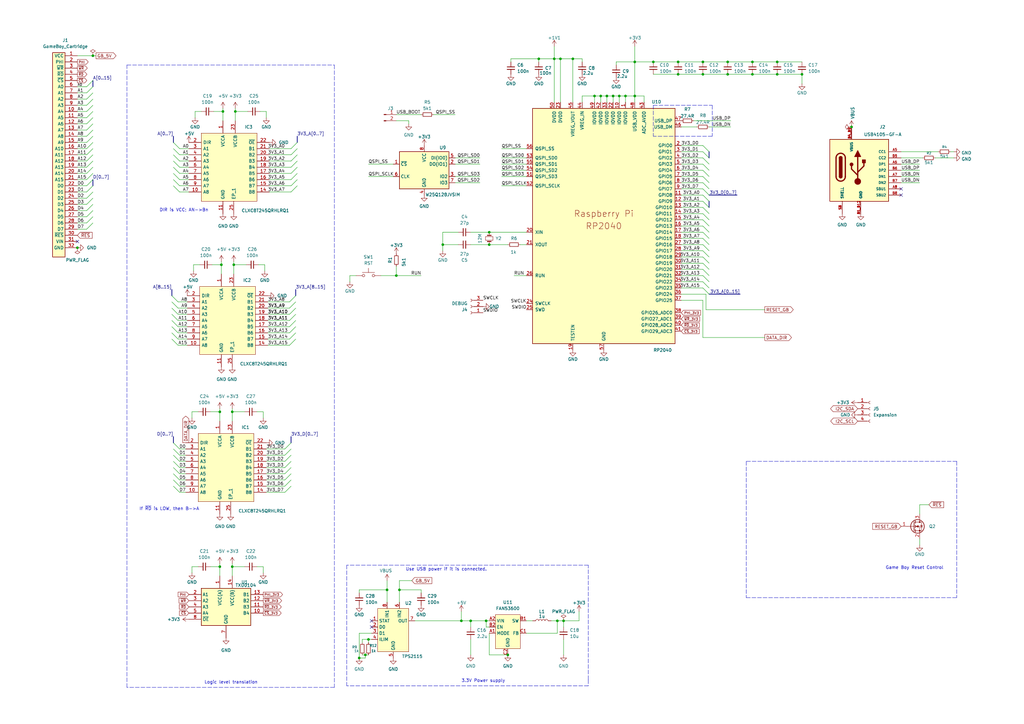
<source format=kicad_sch>
(kicad_sch (version 20210621) (generator eeschema)
  (paper "A3")
  (title_block (title "RP2040 Game Boy Cart") (date "2021-08-27") (company "Mahyar Koshkouei") (comment 1 "All Rights Reserved"))
  (junction (at 31.75 101.6) (diameter 0.9144))
  (junction (at 38.1 22.86) (diameter 0.9144))
  (junction (at 90.17 168.91) (diameter 0.9144))
  (junction (at 90.17 232.41) (diameter 0.9144))
  (junction (at 90.805 108.585) (diameter 0.9144))
  (junction (at 91.44 45.72) (diameter 0.9144))
  (junction (at 95.25 168.91) (diameter 0.9144))
  (junction (at 95.25 232.41) (diameter 0.9144))
  (junction (at 95.885 108.585) (diameter 0.9144))
  (junction (at 96.52 45.72) (diameter 0.9144))
  (junction (at 147.32 269.875) (diameter 0.9144))
  (junction (at 149.86 268.605) (diameter 0.9144))
  (junction (at 151.13 262.255) (diameter 0.9144))
  (junction (at 158.75 241.935) (diameter 0.9144))
  (junction (at 162.56 113.03) (diameter 0.9144))
  (junction (at 163.83 241.935) (diameter 0.9144))
  (junction (at 181.61 100.33) (diameter 0.9144))
  (junction (at 189.23 254.635) (diameter 0.9144))
  (junction (at 193.04 254.635) (diameter 0.9144))
  (junction (at 199.39 254.635) (diameter 0.9144))
  (junction (at 200.66 95.25) (diameter 0.9144))
  (junction (at 200.66 100.33) (diameter 0.9144))
  (junction (at 208.28 268.605) (diameter 0.9144))
  (junction (at 220.98 24.13) (diameter 0.9144))
  (junction (at 227.33 24.13) (diameter 0.9144))
  (junction (at 228.6 254.635) (diameter 0.9144))
  (junction (at 229.87 24.13) (diameter 0.9144))
  (junction (at 231.14 254.635) (diameter 0.9144))
  (junction (at 234.95 24.13) (diameter 0.9144))
  (junction (at 243.84 39.37) (diameter 0.9144))
  (junction (at 246.38 39.37) (diameter 0.9144))
  (junction (at 248.92 39.37) (diameter 0.9144))
  (junction (at 251.46 39.37) (diameter 0.9144))
  (junction (at 254 39.37) (diameter 0.9144))
  (junction (at 256.54 39.37) (diameter 0.9144))
  (junction (at 260.35 25.4) (diameter 0.9144))
  (junction (at 260.35 39.37) (diameter 0.9144))
  (junction (at 267.97 25.4) (diameter 0.9144))
  (junction (at 278.13 25.4) (diameter 0.9144))
  (junction (at 278.13 30.48) (diameter 0.9144))
  (junction (at 288.29 25.4) (diameter 0.9144))
  (junction (at 288.29 30.48) (diameter 0.9144))
  (junction (at 298.45 25.4) (diameter 0.9144))
  (junction (at 298.45 30.48) (diameter 0.9144))
  (junction (at 308.61 25.4) (diameter 0.9144))
  (junction (at 308.61 30.48) (diameter 0.9144))
  (junction (at 318.77 25.4) (diameter 0.9144))
  (junction (at 318.77 30.48) (diameter 0.9144))
  (junction (at 328.93 30.48) (diameter 0.9144))
  (junction (at 349.25 52.07) (diameter 0.9144))
  (no_connect (at 31.75 99.06))
  (no_connect (at 152.4 254.635))
  (no_connect (at 152.4 257.175))
  (no_connect (at 369.57 77.47))
  (no_connect (at 369.57 80.01))
  (bus_entry (at 35.56 35.56) (size 2.54 -2.54))
  (bus_entry (at 35.56 38.1) (size 2.54 -2.54))
  (bus_entry (at 35.56 40.64) (size 2.54 -2.54))
  (bus_entry (at 35.56 43.18) (size 2.54 -2.54))
  (bus_entry (at 35.56 45.72) (size 2.54 -2.54))
  (bus_entry (at 35.56 48.26) (size 2.54 -2.54))
  (bus_entry (at 35.56 50.8) (size 2.54 -2.54))
  (bus_entry (at 35.56 53.34) (size 2.54 -2.54))
  (bus_entry (at 35.56 55.88) (size 2.54 -2.54))
  (bus_entry (at 35.56 58.42) (size 2.54 -2.54))
  (bus_entry (at 35.56 60.96) (size 2.54 -2.54))
  (bus_entry (at 35.56 63.5) (size 2.54 -2.54))
  (bus_entry (at 35.56 66.04) (size 2.54 -2.54))
  (bus_entry (at 35.56 68.58) (size 2.54 -2.54))
  (bus_entry (at 35.56 71.12) (size 2.54 -2.54))
  (bus_entry (at 35.56 73.66) (size 2.54 -2.54))
  (bus_entry (at 35.56 76.2) (size 2.54 -2.54))
  (bus_entry (at 35.56 78.74) (size 2.54 -2.54))
  (bus_entry (at 35.56 81.28) (size 2.54 -2.54))
  (bus_entry (at 35.56 83.82) (size 2.54 -2.54))
  (bus_entry (at 35.56 86.36) (size 2.54 -2.54))
  (bus_entry (at 35.56 88.9) (size 2.54 -2.54))
  (bus_entry (at 35.56 91.44) (size 2.54 -2.54))
  (bus_entry (at 35.56 93.98) (size 2.54 -2.54))
  (bus_entry (at 73.025 123.825) (size -2.54 -2.54))
  (bus_entry (at 73.025 126.365) (size -2.54 -2.54))
  (bus_entry (at 73.025 128.905) (size -2.54 -2.54))
  (bus_entry (at 73.025 131.445) (size -2.54 -2.54))
  (bus_entry (at 73.025 133.985) (size -2.54 -2.54))
  (bus_entry (at 73.025 136.525) (size -2.54 -2.54))
  (bus_entry (at 73.025 139.065) (size -2.54 -2.54))
  (bus_entry (at 73.025 141.605) (size -2.54 -2.54))
  (bus_entry (at 73.66 60.96) (size -2.54 -2.54))
  (bus_entry (at 73.66 63.5) (size -2.54 -2.54))
  (bus_entry (at 73.66 66.04) (size -2.54 -2.54))
  (bus_entry (at 73.66 68.58) (size -2.54 -2.54))
  (bus_entry (at 73.66 71.12) (size -2.54 -2.54))
  (bus_entry (at 73.66 73.66) (size -2.54 -2.54))
  (bus_entry (at 73.66 76.2) (size -2.54 -2.54))
  (bus_entry (at 73.66 78.74) (size -2.54 -2.54))
  (bus_entry (at 73.66 184.15) (size -2.54 -2.54))
  (bus_entry (at 73.66 186.69) (size -2.54 -2.54))
  (bus_entry (at 73.66 189.23) (size -2.54 -2.54))
  (bus_entry (at 73.66 191.77) (size -2.54 -2.54))
  (bus_entry (at 73.66 194.31) (size -2.54 -2.54))
  (bus_entry (at 73.66 196.85) (size -2.54 -2.54))
  (bus_entry (at 73.66 199.39) (size -2.54 -2.54))
  (bus_entry (at 73.66 201.93) (size -2.54 -2.54))
  (bus_entry (at 116.84 184.15) (size 2.54 -2.54))
  (bus_entry (at 116.84 186.69) (size 2.54 -2.54))
  (bus_entry (at 116.84 189.23) (size 2.54 -2.54))
  (bus_entry (at 116.84 191.77) (size 2.54 -2.54))
  (bus_entry (at 116.84 194.31) (size 2.54 -2.54))
  (bus_entry (at 116.84 196.85) (size 2.54 -2.54))
  (bus_entry (at 116.84 199.39) (size 2.54 -2.54))
  (bus_entry (at 116.84 201.93) (size 2.54 -2.54))
  (bus_entry (at 118.745 123.825) (size 2.54 -2.54))
  (bus_entry (at 118.745 126.365) (size 2.54 -2.54))
  (bus_entry (at 118.745 128.905) (size 2.54 -2.54))
  (bus_entry (at 118.745 131.445) (size 2.54 -2.54))
  (bus_entry (at 118.745 133.985) (size 2.54 -2.54))
  (bus_entry (at 118.745 136.525) (size 2.54 -2.54))
  (bus_entry (at 118.745 139.065) (size 2.54 -2.54))
  (bus_entry (at 118.745 141.605) (size 2.54 -2.54))
  (bus_entry (at 119.38 60.96) (size 2.54 -2.54))
  (bus_entry (at 119.38 63.5) (size 2.54 -2.54))
  (bus_entry (at 119.38 66.04) (size 2.54 -2.54))
  (bus_entry (at 119.38 68.58) (size 2.54 -2.54))
  (bus_entry (at 119.38 71.12) (size 2.54 -2.54))
  (bus_entry (at 119.38 73.66) (size 2.54 -2.54))
  (bus_entry (at 119.38 76.2) (size 2.54 -2.54))
  (bus_entry (at 119.38 78.74) (size 2.54 -2.54))
  (bus_entry (at 288.29 59.69) (size 2.54 2.54))
  (bus_entry (at 288.29 62.23) (size 2.54 2.54))
  (bus_entry (at 288.29 64.77) (size 2.54 2.54))
  (bus_entry (at 288.29 67.31) (size 2.54 2.54))
  (bus_entry (at 288.29 69.85) (size 2.54 2.54))
  (bus_entry (at 288.29 72.39) (size 2.54 2.54))
  (bus_entry (at 288.29 74.93) (size 2.54 2.54))
  (bus_entry (at 288.29 77.47) (size 2.54 2.54))
  (bus_entry (at 288.29 80.01) (size 2.54 2.54))
  (bus_entry (at 288.29 82.55) (size 2.54 2.54))
  (bus_entry (at 288.29 85.09) (size 2.54 2.54))
  (bus_entry (at 288.29 87.63) (size 2.54 2.54))
  (bus_entry (at 288.29 90.17) (size 2.54 2.54))
  (bus_entry (at 288.29 92.71) (size 2.54 2.54))
  (bus_entry (at 288.29 95.25) (size 2.54 2.54))
  (bus_entry (at 288.29 97.79) (size 2.54 2.54))
  (bus_entry (at 288.29 100.33) (size 2.54 2.54))
  (bus_entry (at 288.29 102.87) (size 2.54 2.54))
  (bus_entry (at 288.29 105.41) (size 2.54 2.54))
  (bus_entry (at 288.29 107.95) (size 2.54 2.54))
  (bus_entry (at 288.29 110.49) (size 2.54 2.54))
  (bus_entry (at 288.29 113.03) (size 2.54 2.54))
  (bus_entry (at 288.29 115.57) (size 2.54 2.54))
  (bus_entry (at 288.29 118.11) (size 2.54 2.54))
  (wire (pts (xy 31.75 22.86) (xy 38.1 22.86)))
  (wire (pts (xy 31.75 35.56) (xy 35.56 35.56)))
  (wire (pts (xy 31.75 38.1) (xy 35.56 38.1)))
  (wire (pts (xy 31.75 40.64) (xy 35.56 40.64)))
  (wire (pts (xy 31.75 43.18) (xy 35.56 43.18)))
  (wire (pts (xy 31.75 45.72) (xy 35.56 45.72)))
  (wire (pts (xy 31.75 48.26) (xy 35.56 48.26)))
  (wire (pts (xy 31.75 50.8) (xy 35.56 50.8)))
  (wire (pts (xy 31.75 53.34) (xy 35.56 53.34)))
  (wire (pts (xy 31.75 55.88) (xy 35.56 55.88)))
  (wire (pts (xy 31.75 58.42) (xy 35.56 58.42)))
  (wire (pts (xy 31.75 60.96) (xy 35.56 60.96)))
  (wire (pts (xy 31.75 63.5) (xy 35.56 63.5)))
  (wire (pts (xy 31.75 66.04) (xy 35.56 66.04)))
  (wire (pts (xy 31.75 68.58) (xy 35.56 68.58)))
  (wire (pts (xy 31.75 71.12) (xy 35.56 71.12)))
  (wire (pts (xy 31.75 73.66) (xy 35.56 73.66)))
  (wire (pts (xy 31.75 76.2) (xy 35.56 76.2)))
  (wire (pts (xy 31.75 78.74) (xy 35.56 78.74)))
  (wire (pts (xy 31.75 81.28) (xy 35.56 81.28)))
  (wire (pts (xy 31.75 83.82) (xy 35.56 83.82)))
  (wire (pts (xy 31.75 86.36) (xy 35.56 86.36)))
  (wire (pts (xy 31.75 88.9) (xy 35.56 88.9)))
  (wire (pts (xy 31.75 91.44) (xy 35.56 91.44)))
  (wire (pts (xy 31.75 93.98) (xy 35.56 93.98)))
  (wire (pts (xy 38.1 22.86) (xy 39.37 22.86)))
  (wire (pts (xy 73.025 123.825) (xy 76.835 123.825)))
  (wire (pts (xy 73.025 126.365) (xy 76.835 126.365)))
  (wire (pts (xy 73.025 128.905) (xy 76.835 128.905)))
  (wire (pts (xy 73.025 131.445) (xy 76.835 131.445)))
  (wire (pts (xy 73.025 133.985) (xy 76.835 133.985)))
  (wire (pts (xy 73.025 136.525) (xy 76.835 136.525)))
  (wire (pts (xy 73.025 139.065) (xy 76.835 139.065)))
  (wire (pts (xy 73.025 141.605) (xy 76.835 141.605)))
  (wire (pts (xy 73.66 60.96) (xy 77.47 60.96)))
  (wire (pts (xy 73.66 63.5) (xy 77.47 63.5)))
  (wire (pts (xy 73.66 66.04) (xy 77.47 66.04)))
  (wire (pts (xy 73.66 68.58) (xy 77.47 68.58)))
  (wire (pts (xy 73.66 71.12) (xy 77.47 71.12)))
  (wire (pts (xy 73.66 73.66) (xy 77.47 73.66)))
  (wire (pts (xy 73.66 76.2) (xy 77.47 76.2)))
  (wire (pts (xy 73.66 78.74) (xy 77.47 78.74)))
  (wire (pts (xy 73.66 184.15) (xy 76.2 184.15)))
  (wire (pts (xy 73.66 186.69) (xy 76.2 186.69)))
  (wire (pts (xy 73.66 189.23) (xy 76.2 189.23)))
  (wire (pts (xy 73.66 191.77) (xy 76.2 191.77)))
  (wire (pts (xy 73.66 194.31) (xy 76.2 194.31)))
  (wire (pts (xy 73.66 196.85) (xy 76.2 196.85)))
  (wire (pts (xy 73.66 199.39) (xy 76.2 199.39)))
  (wire (pts (xy 73.66 201.93) (xy 76.2 201.93)))
  (wire (pts (xy 78.74 168.91) (xy 81.28 168.91)))
  (wire (pts (xy 78.74 171.45) (xy 78.74 168.91)))
  (wire (pts (xy 78.74 232.41) (xy 81.28 232.41)))
  (wire (pts (xy 78.74 234.95) (xy 78.74 232.41)))
  (wire (pts (xy 79.375 108.585) (xy 81.915 108.585)))
  (wire (pts (xy 79.375 111.125) (xy 79.375 108.585)))
  (wire (pts (xy 80.01 45.72) (xy 82.55 45.72)))
  (wire (pts (xy 80.01 48.26) (xy 80.01 45.72)))
  (wire (pts (xy 86.36 168.91) (xy 90.17 168.91)))
  (wire (pts (xy 86.36 232.41) (xy 90.17 232.41)))
  (wire (pts (xy 86.995 108.585) (xy 90.805 108.585)))
  (wire (pts (xy 87.63 45.72) (xy 91.44 45.72)))
  (wire (pts (xy 90.17 167.64) (xy 90.17 168.91)))
  (wire (pts (xy 90.17 168.91) (xy 90.17 172.72)))
  (wire (pts (xy 90.17 231.14) (xy 90.17 232.41)))
  (wire (pts (xy 90.17 232.41) (xy 90.17 236.22)))
  (wire (pts (xy 90.805 107.315) (xy 90.805 108.585)))
  (wire (pts (xy 90.805 108.585) (xy 90.805 112.395)))
  (wire (pts (xy 91.44 44.45) (xy 91.44 45.72)))
  (wire (pts (xy 91.44 45.72) (xy 91.44 49.53)))
  (wire (pts (xy 95.25 167.64) (xy 95.25 168.91)))
  (wire (pts (xy 95.25 168.91) (xy 95.25 172.72)))
  (wire (pts (xy 95.25 231.14) (xy 95.25 232.41)))
  (wire (pts (xy 95.25 232.41) (xy 95.25 236.22)))
  (wire (pts (xy 95.885 107.315) (xy 95.885 108.585)))
  (wire (pts (xy 95.885 108.585) (xy 95.885 112.395)))
  (wire (pts (xy 96.52 44.45) (xy 96.52 45.72)))
  (wire (pts (xy 96.52 45.72) (xy 96.52 49.53)))
  (wire (pts (xy 100.33 168.91) (xy 95.25 168.91)))
  (wire (pts (xy 100.33 232.41) (xy 95.25 232.41)))
  (wire (pts (xy 100.965 108.585) (xy 95.885 108.585)))
  (wire (pts (xy 101.6 45.72) (xy 96.52 45.72)))
  (wire (pts (xy 107.95 168.91) (xy 105.41 168.91)))
  (wire (pts (xy 107.95 171.45) (xy 107.95 168.91)))
  (wire (pts (xy 107.95 232.41) (xy 105.41 232.41)))
  (wire (pts (xy 107.95 234.95) (xy 107.95 232.41)))
  (wire (pts (xy 108.585 108.585) (xy 106.045 108.585)))
  (wire (pts (xy 108.585 111.125) (xy 108.585 108.585)))
  (wire (pts (xy 109.22 45.72) (xy 106.68 45.72)))
  (wire (pts (xy 109.22 48.26) (xy 109.22 45.72)))
  (wire (pts (xy 109.22 184.15) (xy 116.84 184.15)))
  (wire (pts (xy 109.22 186.69) (xy 116.84 186.69)))
  (wire (pts (xy 109.22 189.23) (xy 116.84 189.23)))
  (wire (pts (xy 109.22 191.77) (xy 116.84 191.77)))
  (wire (pts (xy 109.22 194.31) (xy 116.84 194.31)))
  (wire (pts (xy 109.22 196.85) (xy 116.84 196.85)))
  (wire (pts (xy 109.22 199.39) (xy 116.84 199.39)))
  (wire (pts (xy 109.22 201.93) (xy 116.84 201.93)))
  (wire (pts (xy 109.855 123.825) (xy 118.745 123.825)))
  (wire (pts (xy 109.855 126.365) (xy 118.745 126.365)))
  (wire (pts (xy 109.855 128.905) (xy 118.745 128.905)))
  (wire (pts (xy 109.855 131.445) (xy 118.745 131.445)))
  (wire (pts (xy 109.855 133.985) (xy 118.745 133.985)))
  (wire (pts (xy 109.855 136.525) (xy 118.745 136.525)))
  (wire (pts (xy 109.855 139.065) (xy 118.745 139.065)))
  (wire (pts (xy 109.855 141.605) (xy 118.745 141.605)))
  (wire (pts (xy 110.49 60.96) (xy 119.38 60.96)))
  (wire (pts (xy 110.49 63.5) (xy 119.38 63.5)))
  (wire (pts (xy 110.49 66.04) (xy 119.38 66.04)))
  (wire (pts (xy 110.49 68.58) (xy 119.38 68.58)))
  (wire (pts (xy 110.49 71.12) (xy 119.38 71.12)))
  (wire (pts (xy 110.49 73.66) (xy 119.38 73.66)))
  (wire (pts (xy 110.49 76.2) (xy 119.38 76.2)))
  (wire (pts (xy 110.49 78.74) (xy 119.38 78.74)))
  (wire (pts (xy 143.51 113.03) (xy 143.51 115.57)))
  (wire (pts (xy 146.05 113.03) (xy 143.51 113.03)))
  (wire (pts (xy 147.32 241.935) (xy 158.75 241.935)))
  (wire (pts (xy 147.32 243.205) (xy 147.32 241.935)))
  (wire (pts (xy 147.32 259.715) (xy 147.32 269.875)))
  (wire (pts (xy 148.59 262.255) (xy 151.13 262.255)))
  (wire (pts (xy 148.59 263.525) (xy 148.59 262.255)))
  (wire (pts (xy 148.59 268.605) (xy 149.86 268.605)))
  (wire (pts (xy 149.86 268.605) (xy 149.86 269.875)))
  (wire (pts (xy 149.86 268.605) (xy 151.13 268.605)))
  (wire (pts (xy 149.86 269.875) (xy 147.32 269.875)))
  (wire (pts (xy 151.13 67.31) (xy 161.29 67.31)))
  (wire (pts (xy 151.13 72.39) (xy 161.29 72.39)))
  (wire (pts (xy 151.13 262.255) (xy 151.13 263.525)))
  (wire (pts (xy 152.4 259.715) (xy 147.32 259.715)))
  (wire (pts (xy 152.4 262.255) (xy 151.13 262.255)))
  (wire (pts (xy 158.75 238.125) (xy 158.75 241.935)))
  (wire (pts (xy 158.75 241.935) (xy 158.75 247.015)))
  (wire (pts (xy 162.56 46.99) (xy 172.72 46.99)))
  (wire (pts (xy 162.56 49.53) (xy 167.64 49.53)))
  (wire (pts (xy 162.56 109.22) (xy 162.56 113.03)))
  (wire (pts (xy 162.56 113.03) (xy 156.21 113.03)))
  (wire (pts (xy 162.56 113.03) (xy 172.72 113.03)))
  (wire (pts (xy 163.83 238.125) (xy 163.83 241.935)))
  (wire (pts (xy 163.83 241.935) (xy 163.83 247.015)))
  (wire (pts (xy 167.64 49.53) (xy 167.64 50.8)))
  (wire (pts (xy 168.91 238.125) (xy 163.83 238.125)))
  (wire (pts (xy 170.18 254.635) (xy 189.23 254.635)))
  (wire (pts (xy 172.72 241.935) (xy 163.83 241.935)))
  (wire (pts (xy 172.72 243.205) (xy 172.72 241.935)))
  (wire (pts (xy 177.8 46.99) (xy 186.69 46.99)))
  (wire (pts (xy 181.61 95.25) (xy 181.61 100.33)))
  (wire (pts (xy 181.61 100.33) (xy 181.61 102.87)))
  (wire (pts (xy 186.69 64.77) (xy 196.85 64.77)))
  (wire (pts (xy 186.69 67.31) (xy 196.85 67.31)))
  (wire (pts (xy 186.69 72.39) (xy 196.85 72.39)))
  (wire (pts (xy 186.69 74.93) (xy 196.85 74.93)))
  (wire (pts (xy 187.96 95.25) (xy 181.61 95.25)))
  (wire (pts (xy 187.96 100.33) (xy 181.61 100.33)))
  (wire (pts (xy 189.23 250.825) (xy 189.23 254.635)))
  (wire (pts (xy 189.23 254.635) (xy 193.04 254.635)))
  (wire (pts (xy 193.04 95.25) (xy 200.66 95.25)))
  (wire (pts (xy 193.04 100.33) (xy 200.66 100.33)))
  (wire (pts (xy 193.04 254.635) (xy 193.04 257.175)))
  (wire (pts (xy 193.04 254.635) (xy 199.39 254.635)))
  (wire (pts (xy 193.04 262.255) (xy 193.04 268.605)))
  (wire (pts (xy 199.39 254.635) (xy 199.39 257.175)))
  (wire (pts (xy 199.39 254.635) (xy 200.66 254.635)))
  (wire (pts (xy 200.66 95.25) (xy 215.9 95.25)))
  (wire (pts (xy 200.66 100.33) (xy 208.28 100.33)))
  (wire (pts (xy 200.66 257.175) (xy 199.39 257.175)))
  (wire (pts (xy 200.66 259.715) (xy 200.66 268.605)))
  (wire (pts (xy 200.66 268.605) (xy 208.28 268.605)))
  (wire (pts (xy 205.74 60.96) (xy 215.9 60.96)))
  (wire (pts (xy 205.74 64.77) (xy 215.9 64.77)))
  (wire (pts (xy 205.74 67.31) (xy 215.9 67.31)))
  (wire (pts (xy 205.74 69.85) (xy 215.9 69.85)))
  (wire (pts (xy 205.74 72.39) (xy 215.9 72.39)))
  (wire (pts (xy 205.74 76.2) (xy 215.9 76.2)))
  (wire (pts (xy 209.55 24.13) (xy 220.98 24.13)))
  (wire (pts (xy 209.55 25.4) (xy 209.55 24.13)))
  (wire (pts (xy 210.82 113.03) (xy 215.9 113.03)))
  (wire (pts (xy 213.36 100.33) (xy 215.9 100.33)))
  (wire (pts (xy 215.9 254.635) (xy 218.44 254.635)))
  (wire (pts (xy 215.9 259.715) (xy 228.6 259.715)))
  (wire (pts (xy 220.98 24.13) (xy 227.33 24.13)))
  (wire (pts (xy 220.98 25.4) (xy 220.98 24.13)))
  (wire (pts (xy 227.33 19.05) (xy 227.33 24.13)))
  (wire (pts (xy 227.33 24.13) (xy 229.87 24.13)))
  (wire (pts (xy 227.33 41.91) (xy 227.33 24.13)))
  (wire (pts (xy 228.6 254.635) (xy 226.06 254.635)))
  (wire (pts (xy 228.6 259.715) (xy 228.6 254.635)))
  (wire (pts (xy 229.87 24.13) (xy 234.95 24.13)))
  (wire (pts (xy 229.87 41.91) (xy 229.87 24.13)))
  (wire (pts (xy 231.14 254.635) (xy 228.6 254.635)))
  (wire (pts (xy 231.14 257.175) (xy 231.14 254.635)))
  (wire (pts (xy 231.14 262.255) (xy 231.14 268.605)))
  (wire (pts (xy 234.95 24.13) (xy 234.95 41.91)))
  (wire (pts (xy 237.49 250.825) (xy 237.49 254.635)))
  (wire (pts (xy 237.49 254.635) (xy 231.14 254.635)))
  (wire (pts (xy 238.76 24.13) (xy 234.95 24.13)))
  (wire (pts (xy 238.76 25.4) (xy 238.76 24.13)))
  (wire (pts (xy 238.76 39.37) (xy 243.84 39.37)))
  (wire (pts (xy 238.76 41.91) (xy 238.76 39.37)))
  (wire (pts (xy 243.84 39.37) (xy 246.38 39.37)))
  (wire (pts (xy 243.84 41.91) (xy 243.84 39.37)))
  (wire (pts (xy 246.38 39.37) (xy 246.38 41.91)))
  (wire (pts (xy 246.38 39.37) (xy 248.92 39.37)))
  (wire (pts (xy 248.92 39.37) (xy 248.92 41.91)))
  (wire (pts (xy 248.92 39.37) (xy 251.46 39.37)))
  (wire (pts (xy 251.46 39.37) (xy 251.46 41.91)))
  (wire (pts (xy 251.46 39.37) (xy 254 39.37)))
  (wire (pts (xy 252.73 25.4) (xy 260.35 25.4)))
  (wire (pts (xy 252.73 26.67) (xy 252.73 25.4)))
  (wire (pts (xy 254 39.37) (xy 254 41.91)))
  (wire (pts (xy 254 39.37) (xy 256.54 39.37)))
  (wire (pts (xy 256.54 39.37) (xy 256.54 41.91)))
  (wire (pts (xy 256.54 39.37) (xy 260.35 39.37)))
  (wire (pts (xy 260.35 19.05) (xy 260.35 25.4)))
  (wire (pts (xy 260.35 25.4) (xy 267.97 25.4)))
  (wire (pts (xy 260.35 39.37) (xy 260.35 25.4)))
  (wire (pts (xy 260.35 39.37) (xy 260.35 41.91)))
  (wire (pts (xy 260.35 39.37) (xy 264.16 39.37)))
  (wire (pts (xy 264.16 39.37) (xy 264.16 41.91)))
  (wire (pts (xy 267.97 25.4) (xy 278.13 25.4)))
  (wire (pts (xy 267.97 30.48) (xy 278.13 30.48)))
  (wire (pts (xy 278.13 25.4) (xy 288.29 25.4)))
  (wire (pts (xy 278.13 30.48) (xy 288.29 30.48)))
  (wire (pts (xy 279.4 52.07) (xy 285.75 52.07)))
  (wire (pts (xy 279.4 59.69) (xy 288.29 59.69)))
  (wire (pts (xy 279.4 62.23) (xy 288.29 62.23)))
  (wire (pts (xy 279.4 64.77) (xy 288.29 64.77)))
  (wire (pts (xy 279.4 67.31) (xy 288.29 67.31)))
  (wire (pts (xy 279.4 69.85) (xy 288.29 69.85)))
  (wire (pts (xy 279.4 72.39) (xy 288.29 72.39)))
  (wire (pts (xy 279.4 74.93) (xy 288.29 74.93)))
  (wire (pts (xy 279.4 77.47) (xy 288.29 77.47)))
  (wire (pts (xy 279.4 80.01) (xy 288.29 80.01)))
  (wire (pts (xy 279.4 82.55) (xy 288.29 82.55)))
  (wire (pts (xy 279.4 85.09) (xy 288.29 85.09)))
  (wire (pts (xy 279.4 87.63) (xy 288.29 87.63)))
  (wire (pts (xy 279.4 90.17) (xy 288.29 90.17)))
  (wire (pts (xy 279.4 92.71) (xy 288.29 92.71)))
  (wire (pts (xy 279.4 95.25) (xy 288.29 95.25)))
  (wire (pts (xy 279.4 97.79) (xy 288.29 97.79)))
  (wire (pts (xy 279.4 100.33) (xy 288.29 100.33)))
  (wire (pts (xy 279.4 102.87) (xy 288.29 102.87)))
  (wire (pts (xy 279.4 105.41) (xy 288.29 105.41)))
  (wire (pts (xy 279.4 107.95) (xy 288.29 107.95)))
  (wire (pts (xy 279.4 110.49) (xy 288.29 110.49)))
  (wire (pts (xy 279.4 113.03) (xy 288.29 113.03)))
  (wire (pts (xy 279.4 115.57) (xy 288.29 115.57)))
  (wire (pts (xy 279.4 118.11) (xy 288.29 118.11)))
  (wire (pts (xy 279.4 120.65) (xy 289.56 120.65)))
  (wire (pts (xy 279.4 123.19) (xy 288.29 123.19)))
  (wire (pts (xy 284.48 49.53) (xy 299.72 49.53)))
  (wire (pts (xy 288.29 25.4) (xy 298.45 25.4)))
  (wire (pts (xy 288.29 30.48) (xy 298.45 30.48)))
  (wire (pts (xy 288.29 123.19) (xy 288.29 138.43)))
  (wire (pts (xy 288.29 138.43) (xy 313.69 138.43)))
  (wire (pts (xy 289.56 120.65) (xy 289.56 127)))
  (wire (pts (xy 289.56 127) (xy 313.69 127)))
  (wire (pts (xy 290.83 52.07) (xy 299.72 52.07)))
  (wire (pts (xy 298.45 25.4) (xy 308.61 25.4)))
  (wire (pts (xy 298.45 30.48) (xy 308.61 30.48)))
  (wire (pts (xy 308.61 25.4) (xy 318.77 25.4)))
  (wire (pts (xy 308.61 30.48) (xy 318.77 30.48)))
  (wire (pts (xy 318.77 25.4) (xy 328.93 25.4)))
  (wire (pts (xy 318.77 30.48) (xy 328.93 30.48)))
  (wire (pts (xy 328.93 30.48) (xy 328.93 34.29)))
  (wire (pts (xy 369.57 62.23) (xy 384.81 62.23)))
  (wire (pts (xy 369.57 64.77) (xy 378.46 64.77)))
  (wire (pts (xy 369.57 67.31) (xy 377.19 67.31)))
  (wire (pts (xy 369.57 69.85) (xy 377.19 69.85)))
  (wire (pts (xy 369.57 72.39) (xy 377.19 72.39)))
  (wire (pts (xy 369.57 74.93) (xy 377.19 74.93)))
  (wire (pts (xy 377.19 207.01) (xy 381 207.01)))
  (wire (pts (xy 377.19 210.82) (xy 377.19 207.01)))
  (wire (pts (xy 377.19 220.98) (xy 377.19 223.52)))
  (wire (pts (xy 383.54 64.77) (xy 391.16 64.77)))
  (wire (pts (xy 389.89 62.23) (xy 391.16 62.23)))
  (bus (pts (xy 38.1 33.02) (xy 38.1 71.12)))
  (bus (pts (xy 38.1 73.66) (xy 38.1 91.44)))
  (bus (pts (xy 70.485 118.745) (xy 70.485 139.065)))
  (bus (pts (xy 71.12 55.88) (xy 71.12 76.2)))
  (bus (pts (xy 71.12 179.07) (xy 71.12 199.39)))
  (bus (pts (xy 119.38 179.07) (xy 119.38 199.39)))
  (bus (pts (xy 121.285 118.745) (xy 121.285 139.065)))
  (bus (pts (xy 121.92 55.88) (xy 121.92 76.2)))
  (bus (pts (xy 290.83 62.23) (xy 290.83 80.01)))
  (bus (pts (xy 290.83 80.01) (xy 302.26 80.01)))
  (bus (pts (xy 290.83 82.55) (xy 290.83 120.65)))
  (bus (pts (xy 303.53 120.65) (xy 290.83 120.65)))
  (polyline (pts (xy 52.07 26.67) (xy 137.16 26.67)) (stroke (width 0) (type dash)))
  (polyline (pts (xy 52.07 281.94) (xy 52.07 26.67)) (stroke (width 0) (type dash)))
  (polyline (pts (xy 137.16 26.67) (xy 137.16 281.94)) (stroke (width 0) (type dash)))
  (polyline (pts (xy 137.16 281.94) (xy 52.07 281.94)) (stroke (width 0) (type dash)))
  (polyline (pts (xy 142.24 231.775) (xy 142.24 281.305)) (stroke (width 0) (type dash)))
  (polyline (pts (xy 241.3 231.775) (xy 142.24 231.775)) (stroke (width 0) (type dash)))
  (polyline (pts (xy 241.3 278.765) (xy 241.3 231.775)) (stroke (width 0) (type dash)))
  (polyline (pts (xy 241.3 278.765) (xy 241.3 281.305)) (stroke (width 0) (type dash)))
  (polyline (pts (xy 241.3 281.305) (xy 142.24 281.305)) (stroke (width 0) (type dash)))
  (polyline (pts (xy 267.97 43.18) (xy 267.97 55.88)) (stroke (width 0) (type dash)))
  (polyline (pts (xy 267.97 43.18) (xy 292.1 43.18)) (stroke (width 0) (type dash)))
  (polyline (pts (xy 292.1 43.18) (xy 292.1 55.88)) (stroke (width 0) (type dash)))
  (polyline (pts (xy 292.1 55.88) (xy 267.97 55.88)) (stroke (width 0) (type dash)))
  (polyline (pts (xy 306.07 189.23) (xy 306.07 245.11)) (stroke (width 0) (type dash)))
  (polyline (pts (xy 306.07 245.11) (xy 392.43 245.11)) (stroke (width 0) (type dash)))
  (polyline (pts (xy 392.43 189.23) (xy 306.07 189.23)) (stroke (width 0) (type dash)))
  (polyline (pts (xy 392.43 189.23) (xy 392.43 245.11)) (stroke (width 0) (type dash)))
  (text "If ~{RD} is LOW, then B->A" (at 57.15 209.55 0) (effects (font (size 1.27 1.27)) (justify left bottom)))
  (text "DIR is VCC; AN->Bn" (at 65.405 86.995 0) (effects (font (size 1.27 1.27)) (justify left bottom)))
  (text "Logic level translation" (at 83.82 280.67 0) (effects (font (size 1.27 1.27)) (justify left bottom)))
  (text "Use USB power if it is connected." (at 166.37 234.315 0) (effects (font (size 1.27 1.27)) (justify left bottom)))
  (text "3.3V Power supply" (at 189.23 280.035 0) (effects (font (size 1.27 1.27)) (justify left bottom)))
  (text "Game Boy Reset Control" (at 363.22 233.68 0) (effects (font (size 1.27 1.27)) (justify left bottom)))
  (label "A0" (at 31.75 35.56 0) (effects (font (size 1 1))))
  (label "A1" (at 31.75 38.1 0))
  (label "A2" (at 31.75 40.64 0))
  (label "A3" (at 31.75 43.18 0))
  (label "A4" (at 31.75 45.72 0))
  (label "A5" (at 31.75 48.26 0))
  (label "A6" (at 31.75 50.8 0))
  (label "A7" (at 31.75 53.34 0))
  (label "A8" (at 31.75 55.88 0))
  (label "A9" (at 31.75 58.42 0))
  (label "A10" (at 31.75 60.96 0))
  (label "A11" (at 31.75 63.5 0))
  (label "A12" (at 31.75 66.04 0))
  (label "A13" (at 31.75 68.58 0))
  (label "A14" (at 31.75 71.12 0))
  (label "A15" (at 31.75 73.66 0))
  (label "D0" (at 31.75 76.2 0))
  (label "D1" (at 31.75 78.74 0))
  (label "D2" (at 31.75 81.28 0))
  (label "D3" (at 31.75 83.82 0))
  (label "D4" (at 31.75 86.36 0))
  (label "D5" (at 31.75 88.9 0))
  (label "D6" (at 31.75 91.44 0))
  (label "D7" (at 31.75 93.98 0))
  (label "A[0..15]" (at 38.1 33.02 0))
  (label "D[0..7]" (at 38.1 73.66 0))
  (label "A[8..15]" (at 70.485 118.745 180))
  (label "A[0..7]" (at 71.12 55.88 180))
  (label "D[0..7]" (at 71.12 179.07 180))
  (label "A0" (at 74.93 60.96 0))
  (label "A1" (at 74.93 63.5 0))
  (label "A2" (at 74.93 66.04 0))
  (label "A3" (at 74.93 68.58 0))
  (label "A4" (at 74.93 71.12 0))
  (label "A5" (at 74.93 73.66 0))
  (label "A6" (at 74.93 76.2 0))
  (label "A7" (at 74.93 78.74 0))
  (label "D0" (at 76.2 184.15 180))
  (label "D1" (at 76.2 186.69 180))
  (label "D2" (at 76.2 189.23 180))
  (label "D3" (at 76.2 191.77 180))
  (label "D4" (at 76.2 194.31 180))
  (label "D5" (at 76.2 196.85 180))
  (label "D6" (at 76.2 199.39 180))
  (label "D7" (at 76.2 201.93 180))
  (label "A8" (at 76.835 123.825 180))
  (label "A9" (at 76.835 126.365 180))
  (label "A10" (at 76.835 128.905 180))
  (label "A11" (at 76.835 131.445 180))
  (label "A12" (at 76.835 133.985 180))
  (label "A13" (at 76.835 136.525 180))
  (label "A14" (at 76.835 139.065 180))
  (label "A15" (at 76.835 141.605 180))
  (label "3V3_D0" (at 109.22 184.15 0))
  (label "3V3_D1" (at 109.22 186.69 0))
  (label "3V3_D2" (at 109.22 189.23 0))
  (label "3V3_D3" (at 109.22 191.77 0))
  (label "3V3_D4" (at 109.22 194.31 0))
  (label "3V3_D5" (at 109.22 196.85 0))
  (label "3V3_D6" (at 109.22 199.39 0))
  (label "3V3_D7" (at 109.22 201.93 0))
  (label "3V3_A8" (at 109.855 123.825 0))
  (label "3V3_A9" (at 109.855 126.365 0))
  (label "3V3_A9" (at 109.855 126.365 0))
  (label "3V3_A10" (at 109.855 128.905 0))
  (label "3V3_A10" (at 109.855 128.905 0))
  (label "3V3_A11" (at 109.855 131.445 0))
  (label "3V3_A11" (at 109.855 131.445 0))
  (label "3V3_A12" (at 109.855 133.985 0))
  (label "3V3_A13" (at 109.855 136.525 0))
  (label "3V3_A14" (at 109.855 139.065 0))
  (label "3V3_A15" (at 109.855 141.605 0))
  (label "3V3_A0" (at 116.84 60.96 180))
  (label "3V3_A1" (at 116.84 63.5 180))
  (label "3V3_A2" (at 116.84 66.04 180))
  (label "3V3_A3" (at 116.84 68.58 180))
  (label "3V3_A4" (at 116.84 71.12 180))
  (label "3V3_A5" (at 116.84 73.66 180))
  (label "3V3_A6" (at 116.84 76.2 180))
  (label "3V3_A7" (at 116.84 78.74 180))
  (label "3V3_D[0..7]" (at 119.38 179.07 0))
  (label "3V3_A[8..15]" (at 121.285 118.745 0))
  (label "3V3_A[0..7]" (at 121.92 55.88 0))
  (label "QSPI_SS" (at 151.13 67.31 0))
  (label "QSPI_SCLK" (at 151.13 72.39 0))
  (label "USB_BOOT" (at 162.56 46.99 0))
  (label "RUN" (at 172.72 113.03 180))
  (label "QSPI_SS" (at 186.69 46.99 180))
  (label "QSPI_SD0" (at 196.85 64.77 180))
  (label "QSPI_SD1" (at 196.85 67.31 180))
  (label "QSPI_SD3" (at 196.85 72.39 180))
  (label "QSPI_SD2" (at 196.85 74.93 180))
  (label "SWCLK" (at 198.12 123.19 0))
  (label "SWDIO" (at 198.12 128.27 0))
  (label "QSPI_SS" (at 205.74 60.96 0))
  (label "QSPI_SD0" (at 205.74 64.77 0))
  (label "QSPI_SD1" (at 205.74 67.31 0))
  (label "QSPI_SD2" (at 205.74 69.85 0))
  (label "QSPI_SD3" (at 205.74 72.39 0))
  (label "QSPI_SCLK" (at 205.74 76.2 0))
  (label "RUN" (at 210.82 113.03 0))
  (label "SWCLK" (at 215.9 124.46 180))
  (label "SWDIO" (at 215.9 127 180))
  (label "3V3_D0" (at 279.4 59.69 0))
  (label "3V3_D1" (at 279.4 62.23 0))
  (label "3V3_D2" (at 279.4 64.77 0))
  (label "3V3_D3" (at 279.4 67.31 0))
  (label "3V3_D4" (at 279.4 69.85 0))
  (label "3V3_D5" (at 279.4 72.39 0))
  (label "3V3_D6" (at 279.4 74.93 0))
  (label "3V3_D7" (at 279.4 77.47 0))
  (label "3V3_A0" (at 287.02 80.01 180))
  (label "3V3_A1" (at 287.02 82.55 180))
  (label "3V3_A2" (at 287.02 85.09 180))
  (label "3V3_A3" (at 287.02 87.63 180))
  (label "3V3_A4" (at 287.02 90.17 180))
  (label "3V3_A5" (at 287.02 92.71 180))
  (label "3V3_A6" (at 287.02 95.25 180))
  (label "3V3_A7" (at 287.02 97.79 180))
  (label "3V3_A8" (at 287.02 100.33 180))
  (label "3V3_A9" (at 287.02 102.87 180))
  (label "3V3_A10" (at 287.02 105.41 180))
  (label "3V3_A11" (at 287.02 107.95 180))
  (label "3V3_A12" (at 287.02 110.49 180))
  (label "3V3_A13" (at 287.02 113.03 180))
  (label "3V3_A14" (at 287.02 115.57 180))
  (label "3V3_A15" (at 287.02 118.11 180))
  (label "USB_DP" (at 299.72 49.53 180))
  (label "USB_DN" (at 299.72 52.07 180))
  (label "3V3_D[0..7]" (at 302.26 80.01 180))
  (label "3V3_A[0..15]" (at 303.53 120.65 180))
  (label "USB_DP" (at 377.19 67.31 180))
  (label "USB_DP" (at 377.19 69.85 180))
  (label "USB_DN" (at 377.19 72.39 180))
  (label "USB_DN" (at 377.19 74.93 180))
  (global_label "PHI" (shape output) (at 31.75 25.4 0) (effects (font (size 1 1))) (property "Intersheet References" "${INTERSHEET_REFS}" (effects hide)))
  (global_label "~{WR}" (shape output) (at 31.75 27.94 0) (effects (font (size 1 1))) (property "Intersheet References" "${INTERSHEET_REFS}" (effects hide)))
  (global_label "~{RD}" (shape output) (at 31.75 30.48 0) (effects (font (size 1 1))) (property "Intersheet References" "${INTERSHEET_REFS}" (effects hide)))
  (global_label "~{CS}" (shape output) (at 31.75 33.02 0) (effects (font (size 1 1))) (property "Intersheet References" "${INTERSHEET_REFS}" (effects hide)))
  (global_label "~{RES}" (shape input) (at 31.75 96.52 0) (property "Intersheet References" "${INTERSHEET_REFS}" (effects hide)))
  (global_label "GB_5V" (shape output) (at 39.37 22.86 0) (property "Intersheet References" "${INTERSHEET_REFS}" (effects hide)))
  (global_label "DATA_DIR" (shape output) (at 76.2 181.61 90) (property "Intersheet References" "${INTERSHEET_REFS}" (effects hide)))
  (global_label "PHI" (shape input) (at 77.47 243.84 180) (effects (font (size 1 1))) (property "Intersheet References" "${INTERSHEET_REFS}" (effects hide)))
  (global_label "~{WR}" (shape input) (at 77.47 246.38 180) (effects (font (size 1 1))) (property "Intersheet References" "${INTERSHEET_REFS}" (effects hide)))
  (global_label "~{RD}" (shape input) (at 77.47 248.92 180) (effects (font (size 1 1))) (property "Intersheet References" "${INTERSHEET_REFS}" (effects hide)))
  (global_label "~{CS}" (shape input) (at 77.47 251.46 180) (effects (font (size 1 1))) (property "Intersheet References" "${INTERSHEET_REFS}" (effects hide)))
  (global_label "PHI_3V3" (shape output) (at 107.95 243.84 0) (effects (font (size 1 1))) (property "Intersheet References" "${INTERSHEET_REFS}" (effects hide)))
  (global_label "~{WR}_3V3" (shape output) (at 107.95 246.38 0) (effects (font (size 1 1))) (property "Intersheet References" "${INTERSHEET_REFS}" (effects hide)))
  (global_label "~{RD}_3V3" (shape output) (at 107.95 248.92 0) (effects (font (size 1 1))) (property "Intersheet References" "${INTERSHEET_REFS}" (effects hide)))
  (global_label "~{CS}_3V3" (shape output) (at 107.95 251.46 0) (effects (font (size 1 1))) (property "Intersheet References" "${INTERSHEET_REFS}" (effects hide)))
  (global_label "GB_5V" (shape input) (at 168.91 238.125 0) (property "Intersheet References" "${INTERSHEET_REFS}" (effects hide)))
  (global_label "PHI_3V3" (shape input) (at 279.4 128.27 0) (effects (font (size 1 1))) (property "Intersheet References" "${INTERSHEET_REFS}" (effects hide)))
  (global_label "~{WR}_3V3" (shape input) (at 279.4 130.81 0) (effects (font (size 1 1))) (property "Intersheet References" "${INTERSHEET_REFS}" (effects hide)))
  (global_label "~{RD}_3V3" (shape input) (at 279.4 133.35 0) (effects (font (size 1 1))) (property "Intersheet References" "${INTERSHEET_REFS}" (effects hide)))
  (global_label "~{CS}_3V3" (shape input) (at 279.4 135.89 0) (effects (font (size 1 1))) (property "Intersheet References" "${INTERSHEET_REFS}" (effects hide)))
  (global_label "RESET_GB" (shape output) (at 313.69 127 0) (property "Intersheet References" "${INTERSHEET_REFS}" (effects hide)))
  (global_label "DATA_DIR" (shape output) (at 313.69 138.43 0) (property "Intersheet References" "${INTERSHEET_REFS}" (effects hide)))
  (global_label "I2C_SDA" (shape bidirectional) (at 351.79 167.64 180) (property "Intersheet References" "${INTERSHEET_REFS}" (effects hide)))
  (global_label "I2C_SCL" (shape bidirectional) (at 351.79 172.72 180) (property "Intersheet References" "${INTERSHEET_REFS}" (effects hide)))
  (global_label "RESET_GB" (shape input) (at 369.57 215.9 180) (property "Intersheet References" "${INTERSHEET_REFS}" (effects hide)))
  (global_label "~{RES}" (shape input) (at 381 207.01 0) (property "Intersheet References" "${INTERSHEET_REFS}" (effects hide)))
  (symbol (lib_id "power:+5V") (at 76.835 121.285 0) (unit 1)
    (property "Reference" "#PWR010" (effects hide))
    (property "Value" "+5V" (at 74.93 117.6654 0) (effects (justify left)))
  )
  (symbol (lib_id "power:+5V") (at 77.47 58.42 0) (unit 1)
    (property "Reference" "#PWR08" (effects hide))
    (property "Value" "+5V" (at 75.565 54.8004 0) (effects (justify left)))
  )
  (symbol (lib_id "power:+3V3") (at 77.47 254 90) (unit 1)
    (property "Reference" "#PWR03" (effects hide))
    (property "Value" "+3V3" (at 68.58 253.9999 90) (effects (justify right)))
  )
  (symbol (lib_id "power:+5V") (at 90.17 167.64 0) (unit 1)
    (property "Reference" "#PWR015" (effects hide))
    (property "Value" "+5V" (at 90.17 162.56 0))
  )
  (symbol (lib_id "power:+5V") (at 90.17 231.14 0) (unit 1)
    (property "Reference" "#PWR02" (effects hide))
    (property "Value" "+5V" (at 90.17 226.06 0))
  )
  (symbol (lib_id "power:+5V") (at 90.805 107.315 0) (unit 1)
    (property "Reference" "#PWR014" (effects hide))
    (property "Value" "+5V" (at 90.805 102.235 0))
  )
  (symbol (lib_id "power:+5V") (at 91.44 44.45 0) (unit 1)
    (property "Reference" "#PWR013" (effects hide))
    (property "Value" "+5V" (at 91.44 39.37 0))
  )
  (symbol (lib_id "power:+3V3") (at 95.25 167.64 0) (unit 1)
    (property "Reference" "#PWR021" (effects hide))
    (property "Value" "+3V3" (at 95.25 162.56 0))
  )
  (symbol (lib_id "power:+3V3") (at 95.25 231.14 0) (unit 1)
    (property "Reference" "#PWR071" (effects hide))
    (property "Value" "+3V3" (at 95.25 226.06 0))
  )
  (symbol (lib_id "power:+3V3") (at 95.885 107.315 0) (unit 1)
    (property "Reference" "#PWR020" (effects hide))
    (property "Value" "+3V3" (at 95.885 102.235 0))
  )
  (symbol (lib_id "power:+3V3") (at 96.52 44.45 0) (unit 1)
    (property "Reference" "#PWR019" (effects hide))
    (property "Value" "+3V3" (at 96.52 39.37 0))
  )
  (symbol (lib_id "power:VBUS") (at 158.75 238.125 0) (unit 1)
    (property "Reference" "#PWR056" (effects hide))
    (property "Value" "VBUS" (at 160.811 234.0611 0) (effects (justify right)))
  )
  (symbol (lib_id "power:+3V3") (at 162.56 104.14 0) (unit 1)
    (property "Reference" "#PWR036" (effects hide))
    (property "Value" "+3V3" (at 162.56 100.584 0))
  )
  (symbol (lib_id "power:+3V3") (at 173.99 59.69 0) (unit 1)
    (property "Reference" "#PWR040" (effects hide))
    (property "Value" "+3V3" (at 173.99 56.0854 0))
  )
  (symbol (lib_id "power:+5V") (at 189.23 250.825 0) (unit 1)
    (property "Reference" "#PWR059" (effects hide))
    (property "Value" "+5V" (at 189.23 247.2204 0))
  )
  (symbol (lib_id "power:+1V1") (at 227.33 19.05 0) (unit 1)
    (property "Reference" "#PWR049" (effects hide))
    (property "Value" "+1V1" (at 227.33 15.494 0))
  )
  (symbol (lib_id "power:+3V3") (at 237.49 250.825 0) (unit 1)
    (property "Reference" "#PWR064" (effects hide))
    (property "Value" "+3V3" (at 237.49 247.2204 0))
  )
  (symbol (lib_id "power:+3V3") (at 260.35 19.05 0) (unit 1)
    (property "Reference" "#PWR054" (effects hide))
    (property "Value" "+3V3" (at 260.35 15.494 0))
  )
  (symbol (lib_id "power:VBUS") (at 349.25 52.07 0) (unit 1)
    (property "Reference" "#PWR032" (effects hide))
    (property "Value" "VBUS" (at 349.729 48.8949 90) (effects (justify left)))
  )
  (symbol (lib_id "power:+3V3") (at 351.79 165.1 90) (unit 1)
    (property "Reference" "#PWR077" (effects hide))
    (property "Value" "+3V3" (at 345.694 165.1 90))
  )
  (symbol (lib_id "power:PWR_FLAG") (at 31.75 101.6 180) (unit 1)
    (property "Reference" "#FLG01" (effects hide))
    (property "Value" "PWR_FLAG" (at 31.75 106.68 0))
  )
  (symbol (lib_id "power:PWR_FLAG") (at 38.1 22.86 0) (unit 1)
    (property "Reference" "#FLG02" (effects hide))
    (property "Value" "PWR_FLAG" (effects hide))
  )
  (symbol (lib_id "power:PWR_FLAG") (at 231.14 254.635 0) (unit 1)
    (property "Reference" "#FLG06" (effects hide))
    (property "Value" "PWR_FLAG" (at 231.14 250.825 0))
  )
  (symbol (lib_id "power:PWR_FLAG") (at 349.25 52.07 90) (unit 1)
    (property "Reference" "#FLG03" (effects hide))
    (property "Value" "PWR_FLAG" (effects hide))
  )
  (symbol (lib_id "power:GND") (at 31.75 101.6 90) (unit 1)
    (property "Reference" "#PWR01" (effects hide))
    (property "Value" "GND" (at 35.56 101.5999 90) (effects (justify right)))
  )
  (symbol (lib_id "power:GND") (at 78.74 171.45 0) (unit 1)
    (property "Reference" "#PWR07" (effects hide))
    (property "Value" "GND" (at 78.74 175.26 0))
  )
  (symbol (lib_id "power:GND") (at 78.74 234.95 0) (unit 1)
    (property "Reference" "#PWR070" (effects hide))
    (property "Value" "GND" (at 78.74 238.76 0))
  )
  (symbol (lib_id "power:GND") (at 79.375 111.125 0) (unit 1)
    (property "Reference" "#PWR06" (effects hide))
    (property "Value" "GND" (at 79.375 114.935 0))
  )
  (symbol (lib_id "power:GND") (at 80.01 48.26 0) (unit 1)
    (property "Reference" "#PWR05" (effects hide))
    (property "Value" "GND" (at 80.01 52.07 0))
  )
  (symbol (lib_id "power:GND") (at 90.17 210.82 0) (unit 1)
    (property "Reference" "#PWR018" (effects hide))
    (property "Value" "GND" (at 90.17 215.9 0))
  )
  (symbol (lib_id "power:GND") (at 90.805 150.495 0) (unit 1)
    (property "Reference" "#PWR016" (effects hide))
    (property "Value" "GND" (at 90.805 155.575 0))
  )
  (symbol (lib_id "power:GND") (at 91.44 87.63 0) (unit 1)
    (property "Reference" "#PWR017" (effects hide))
    (property "Value" "GND" (at 91.44 92.71 0))
  )
  (symbol (lib_id "power:GND") (at 92.71 261.62 0) (unit 1)
    (property "Reference" "#PWR04" (effects hide))
    (property "Value" "GND" (at 92.71 266.7 0))
  )
  (symbol (lib_id "power:GND") (at 94.615 210.82 0) (unit 1)
    (property "Reference" "#PWR025" (effects hide))
    (property "Value" "GND" (at 94.615 215.9 0))
  )
  (symbol (lib_id "power:GND") (at 95.25 150.495 0) (unit 1)
    (property "Reference" "#PWR026" (effects hide))
    (property "Value" "GND" (at 95.25 155.575 0))
  )
  (symbol (lib_id "power:GND") (at 95.885 87.63 0) (unit 1)
    (property "Reference" "#PWR027" (effects hide))
    (property "Value" "GND" (at 95.885 92.71 0))
  )
  (symbol (lib_id "power:GND") (at 107.95 171.45 0) (unit 1)
    (property "Reference" "#PWR024" (effects hide))
    (property "Value" "GND" (at 107.95 175.26 0))
  )
  (symbol (lib_id "power:GND") (at 107.95 234.95 0) (unit 1)
    (property "Reference" "#PWR072" (effects hide))
    (property "Value" "GND" (at 107.95 238.76 0))
  )
  (symbol (lib_id "power:GND") (at 108.585 111.125 0) (unit 1)
    (property "Reference" "#PWR023" (effects hide))
    (property "Value" "GND" (at 108.585 114.935 0))
  )
  (symbol (lib_id "power:GND") (at 109.22 48.26 0) (unit 1)
    (property "Reference" "#PWR022" (effects hide))
    (property "Value" "GND" (at 109.22 52.07 0))
  )
  (symbol (lib_id "power:GND") (at 109.22 181.61 90) (unit 1)
    (property "Reference" "#PWR012" (effects hide))
    (property "Value" "GND" (at 116.84 181.6101 90) (effects (justify left)))
  )
  (symbol (lib_id "power:GND") (at 109.855 121.285 90) (unit 1)
    (property "Reference" "#PWR011" (effects hide))
    (property "Value" "GND" (at 113.665 121.2849 90) (effects (justify right)))
  )
  (symbol (lib_id "power:GND") (at 110.49 58.42 90) (unit 1)
    (property "Reference" "#PWR09" (effects hide))
    (property "Value" "GND" (at 114.3 58.4199 90) (effects (justify right)))
  )
  (symbol (lib_id "power:GND") (at 143.51 115.57 0) (unit 1)
    (property "Reference" "#PWR030" (effects hide))
    (property "Value" "GND" (at 143.51 119.38 0))
  )
  (symbol (lib_id "power:GND") (at 147.32 248.285 0) (unit 1)
    (property "Reference" "#PWR028" (effects hide))
    (property "Value" "GND" (at 147.32 252.095 0))
  )
  (symbol (lib_id "power:GND") (at 147.32 269.875 0) (unit 1)
    (property "Reference" "#PWR055" (effects hide))
    (property "Value" "GND" (at 147.32 274.4376 0))
  )
  (symbol (lib_id "power:GND") (at 161.29 269.875 0) (unit 1)
    (property "Reference" "#PWR065" (effects hide))
    (property "Value" "GND" (at 161.29 274.4376 0))
  )
  (symbol (lib_id "power:GND") (at 167.64 50.8 0) (unit 1)
    (property "Reference" "#PWR037" (effects hide))
    (property "Value" "GND" (at 167.64 55.3626 0))
  )
  (symbol (lib_id "power:GND") (at 172.72 248.285 0) (unit 1)
    (property "Reference" "#PWR066" (effects hide))
    (property "Value" "GND" (at 172.72 252.095 0))
  )
  (symbol (lib_id "power:GND") (at 173.99 80.01 0) (unit 1)
    (property "Reference" "#PWR041" (effects hide))
    (property "Value" "GND" (at 173.99 84.5726 0))
  )
  (symbol (lib_id "power:GND") (at 181.61 102.87 0) (unit 1)
    (property "Reference" "#PWR042" (effects hide))
    (property "Value" "GND" (at 181.61 106.68 0))
  )
  (symbol (lib_id "power:GND") (at 193.04 268.605 0) (unit 1)
    (property "Reference" "#PWR060" (effects hide))
    (property "Value" "GND" (at 193.04 273.1676 0))
  )
  (symbol (lib_id "power:GND") (at 198.12 125.73 90) (unit 1)
    (property "Reference" "#PWR046" (effects hide))
    (property "Value" "GND" (at 200.66 125.7301 90) (effects (justify right)))
  )
  (symbol (lib_id "power:GND") (at 208.28 268.605 0) (unit 1)
    (property "Reference" "#PWR062" (effects hide))
    (property "Value" "GND" (at 208.28 273.1676 0))
  )
  (symbol (lib_id "power:GND") (at 209.55 30.48 0) (unit 1)
    (property "Reference" "#PWR047" (effects hide))
    (property "Value" "~" (at 209.55 34.29 0))
  )
  (symbol (lib_id "power:GND") (at 220.98 30.48 0) (unit 1)
    (property "Reference" "#PWR048" (effects hide))
    (property "Value" "~" (at 220.98 34.29 0))
  )
  (symbol (lib_id "power:GND") (at 231.14 268.605 0) (unit 1)
    (property "Reference" "#PWR063" (effects hide))
    (property "Value" "GND" (at 231.14 273.1676 0))
  )
  (symbol (lib_id "power:GND") (at 234.95 143.51 0) (unit 1)
    (property "Reference" "#PWR050" (effects hide))
    (property "Value" "GND" (at 234.95 147.32 0))
  )
  (symbol (lib_id "power:GND") (at 238.76 30.48 0) (unit 1)
    (property "Reference" "#PWR051" (effects hide))
    (property "Value" "GND" (at 238.76 34.29 0))
  )
  (symbol (lib_id "power:GND") (at 247.65 143.51 0) (unit 1)
    (property "Reference" "#PWR052" (effects hide))
    (property "Value" "GND" (at 247.65 147.32 0))
  )
  (symbol (lib_id "power:GND") (at 252.73 31.75 0) (unit 1)
    (property "Reference" "#PWR053" (effects hide))
    (property "Value" "GND" (at 252.73 35.56 0))
  )
  (symbol (lib_id "power:GND") (at 328.93 34.29 0) (unit 1)
    (property "Reference" "#PWR061" (effects hide))
    (property "Value" "GND" (at 328.93 38.1 0))
  )
  (symbol (lib_id "power:GND") (at 345.44 87.63 0) (unit 1)
    (property "Reference" "#PWR0101" (effects hide))
    (property "Value" "GND" (at 345.44 92.1926 0))
  )
  (symbol (lib_id "power:GND") (at 351.79 170.18 270) (unit 1)
    (property "Reference" "#PWR078" (effects hide))
    (property "Value" "GND" (at 346.71 170.18 90))
  )
  (symbol (lib_id "power:GND") (at 353.06 87.63 0) (unit 1)
    (property "Reference" "#PWR029" (effects hide))
    (property "Value" "GND" (at 353.06 92.1926 0))
  )
  (symbol (lib_id "power:GND") (at 377.19 223.52 0) (unit 1)
    (property "Reference" "#PWR076" (effects hide))
    (property "Value" "GND" (at 377.19 227.33 0))
  )
  (symbol (lib_id "power:GND") (at 391.16 62.23 90) (unit 1)
    (property "Reference" "#PWR038" (effects hide))
    (property "Value" "GND" (at 394.3351 62.709 90) (effects (justify right)))
  )
  (symbol (lib_id "power:GND") (at 391.16 64.77 90) (unit 1)
    (property "Reference" "#PWR039" (effects hide))
    (property "Value" "GND" (at 394.3351 65.249 90) (effects (justify right)))
  )
  (symbol (lib_id "Device:L") (at 222.25 254.635 90) (unit 1)
    (property "Reference" "L1" (at 222.25 250.825 90))
    (property "Value" "1u" (at 222.25 252.73 90))
    (property "Footprint" "Inductor_SMD:L_0805_2012Metric" (effects hide))
    (property "MFr" "MLZ2012N1R0LT000" (effects hide))
  )
  (symbol (lib_id "Device:R_Small") (at 148.59 266.065 180) (unit 1)
    (property "Reference" "R9" (at 145.415 265.43 0) (effects (font (size 1 1))))
    (property "Value" "1k" (at 147.193 266.954 0) (effects (font (size 1 1)) (justify left)))
    (property "Footprint" "Resistor_SMD:R_0603_1608Metric" (effects hide))
  )
  (symbol (lib_id "Device:R_Small") (at 151.13 266.065 180) (unit 1)
    (property "Reference" "R12" (at 153.035 264.795 0) (effects (font (size 1 1))))
    (property "Value" "1k" (at 154.178 266.954 0) (effects (font (size 1 1)) (justify left)))
    (property "Footprint" "Resistor_SMD:R_0603_1608Metric" (effects hide))
  )
  (symbol (lib_id "Device:R_Small") (at 162.56 106.68 180) (unit 1)
    (property "Reference" "R1" (at 160.02 106.68 90))
    (property "Value" "5k1" (at 165.608 105.664 90) (effects (justify left)))
    (property "Footprint" "Resistor_SMD:R_0603_1608Metric" (effects hide))
  )
  (symbol (lib_id "Device:R_Small") (at 175.26 46.99 90) (unit 1)
    (property "Reference" "R5" (at 175.26 41.91 90))
    (property "Value" "5k1" (at 175.26 44.45 90))
    (property "Footprint" "Resistor_SMD:R_0603_1608Metric" (effects hide))
  )
  (symbol (lib_id "Device:R_Small") (at 210.82 100.33 90) (unit 1)
    (property "Reference" "R6" (at 210.82 97.79 90))
    (property "Value" "1k" (at 211.836 103.378 90) (effects (justify left)))
    (property "Footprint" "Resistor_SMD:R_0603_1608Metric" (effects hide))
  )
  (symbol (lib_id "Device:R_Small") (at 281.94 49.53 90) (unit 1)
    (property "Reference" "R7" (at 281.94 44.8268 90))
    (property "Value" "27.4R" (at 281.94 47.6019 90))
    (property "Footprint" "Resistor_SMD:R_0603_1608Metric" (effects hide))
  )
  (symbol (lib_id "Device:R_Small") (at 288.29 52.07 90) (unit 1)
    (property "Reference" "R8" (at 288.29 47.3668 90))
    (property "Value" "27.4R" (at 288.29 50.1419 90))
    (property "Footprint" "Resistor_SMD:R_0603_1608Metric" (effects hide))
  )
  (symbol (lib_id "Device:R_Small") (at 381 64.77 270) (unit 1)
    (property "Reference" "R2" (at 381 62.8418 90) (effects (font (size 1 1))))
    (property "Value" "5k1" (at 381 66.6519 90))
    (property "Footprint" "Resistor_SMD:R_0603_1608Metric" (effects hide))
  )
  (symbol (lib_id "Device:R_Small") (at 387.35 62.23 90) (unit 1)
    (property "Reference" "R4" (at 387.35 60.3018 90) (effects (font (size 1 1))))
    (property "Value" "5k1" (at 387.35 64.1119 90))
    (property "Footprint" "Resistor_SMD:R_0603_1608Metric" (effects hide))
  )
  (symbol (lib_id "Device:Crystal_Small") (at 200.66 97.79 90) (unit 1)
    (property "Reference" "Y2" (at 203.2 97.7899 90) (effects (justify right)))
    (property "Value" "12M" (at 196.85 97.79 0))
    (property "Footprint" "Crystal:Crystal_SMD_TXC_7A-2Pin_5x3.2mm" (effects hide))
    (property "MFr" "445C25D12M00000" (effects hide))
  )
  (symbol (lib_id "Connector:Conn_01x02_Male") (at 157.48 46.99 0) (unit 1)
    (property "Reference" "J3" (at 160.1724 44.45 0))
    (property "Value" "USB_BOOT" (effects hide))
    (property "Footprint" "Button_Switch_SMD:SW_SPST_B3U-1000P" (effects hide))
  )
  (symbol (lib_id "Device:C_Small") (at 83.82 168.91 270) (unit 1)
    (property "Reference" "C24" (at 83.82 162.56 90))
    (property "Value" "100n" (at 83.82 165.1 90))
    (property "Footprint" "Capacitor_SMD:C_0603_1608Metric" (effects hide))
  )
  (symbol (lib_id "Device:C_Small") (at 83.82 232.41 270) (unit 1)
    (property "Reference" "C21" (at 83.82 226.06 90))
    (property "Value" "100n" (at 83.82 228.6 90))
    (property "Footprint" "Capacitor_SMD:C_0603_1608Metric" (effects hide))
  )
  (symbol (lib_id "Device:C_Small") (at 84.455 108.585 270) (unit 1)
    (property "Reference" "C20" (at 84.455 102.235 90))
    (property "Value" "100n" (at 84.455 104.775 90))
    (property "Footprint" "Capacitor_SMD:C_0603_1608Metric" (effects hide))
  )
  (symbol (lib_id "Device:C_Small") (at 85.09 45.72 270) (unit 1)
    (property "Reference" "C19" (at 85.09 39.37 90))
    (property "Value" "100n" (at 85.09 41.91 90))
    (property "Footprint" "Capacitor_SMD:C_0603_1608Metric" (effects hide))
  )
  (symbol (lib_id "Device:C_Small") (at 102.87 168.91 270) (unit 1)
    (property "Reference" "C27" (at 102.87 162.56 90))
    (property "Value" "100n" (at 102.87 165.1 90))
    (property "Footprint" "Capacitor_SMD:C_0603_1608Metric" (effects hide))
  )
  (symbol (lib_id "Device:C_Small") (at 102.87 232.41 270) (unit 1)
    (property "Reference" "C22" (at 102.87 226.06 90))
    (property "Value" "100n" (at 102.87 228.6 90))
    (property "Footprint" "Capacitor_SMD:C_0603_1608Metric" (effects hide))
  )
  (symbol (lib_id "Device:C_Small") (at 103.505 108.585 270) (unit 1)
    (property "Reference" "C26" (at 103.505 102.235 90))
    (property "Value" "100n" (at 103.505 104.775 90))
    (property "Footprint" "Capacitor_SMD:C_0603_1608Metric" (effects hide))
  )
  (symbol (lib_id "Device:C_Small") (at 104.14 45.72 270) (unit 1)
    (property "Reference" "C25" (at 104.14 39.37 90))
    (property "Value" "100n" (at 104.14 41.91 90))
    (property "Footprint" "Capacitor_SMD:C_0603_1608Metric" (effects hide))
  )
  (symbol (lib_id "Device:C_Small") (at 147.32 245.745 180) (unit 1)
    (property "Reference" "C28" (at 149.86 244.4749 0) (effects (justify right)))
    (property "Value" "100n" (at 149.86 247.0149 0) (effects (justify right)))
    (property "Footprint" "Capacitor_SMD:C_0603_1608Metric" (effects hide))
  )
  (symbol (lib_id "Device:C_Small") (at 172.72 245.745 180) (unit 1)
    (property "Reference" "C29" (at 175.26 244.4749 0) (effects (justify right)))
    (property "Value" "100n" (at 175.26 247.0149 0) (effects (justify right)))
    (property "Footprint" "Capacitor_SMD:C_0603_1608Metric" (effects hide))
  )
  (symbol (lib_id "Device:C_Small") (at 190.5 95.25 270) (unit 1)
    (property "Reference" "C4" (at 190.5 88.9 90))
    (property "Value" "27p" (at 190.5 91.44 90))
    (property "Footprint" "Capacitor_SMD:C_0603_1608Metric" (effects hide))
  )
  (symbol (lib_id "Device:C_Small") (at 190.5 100.33 90) (unit 1)
    (property "Reference" "C5" (at 190.5 106.68 90))
    (property "Value" "27p" (at 190.5 104.14 90))
    (property "Footprint" "Capacitor_SMD:C_0603_1608Metric" (effects hide))
  )
  (symbol (lib_id "Device:C_Small") (at 193.04 259.715 0) (unit 1)
    (property "Reference" "C16" (at 195.58 258.4449 0) (effects (justify left)))
    (property "Value" "2.2u" (at 195.58 260.9849 0) (effects (justify left)))
    (property "Footprint" "Capacitor_SMD:C_0603_1608Metric" (effects hide))
  )
  (symbol (lib_id "Device:C_Small") (at 209.55 27.94 0) (unit 1)
    (property "Reference" "C6" (at 212.09 26.6699 0) (effects (justify left)))
    (property "Value" "100n" (at 212.09 29.2099 0) (effects (justify left)))
    (property "Footprint" "Capacitor_SMD:C_0603_1608Metric" (effects hide))
  )
  (symbol (lib_id "Device:C_Small") (at 220.98 27.94 0) (unit 1)
    (property "Reference" "C7" (at 223.52 27.9399 0) (effects (justify left)))
    (property "Value" "100n" (at 221.234 29.972 0) (effects (justify left)))
    (property "Footprint" "Capacitor_SMD:C_0603_1608Metric" (effects hide))
  )
  (symbol (lib_id "Device:C_Small") (at 231.14 259.715 0) (unit 1)
    (property "Reference" "C18" (at 233.68 258.4449 0) (effects (justify left)))
    (property "Value" "10u" (at 233.68 260.9849 0) (effects (justify left)))
    (property "Footprint" "Capacitor_SMD:C_0805_2012Metric" (effects hide))
  )
  (symbol (lib_id "Device:C_Small") (at 238.76 27.94 0) (unit 1)
    (property "Reference" "C8" (at 241.3 27.9399 0) (effects (justify left)))
    (property "Value" "2.2u" (at 239.014 29.972 0) (effects (justify left)))
    (property "Footprint" "Capacitor_SMD:C_0603_1608Metric" (effects hide))
  )
  (symbol (lib_id "Device:C_Small") (at 252.73 29.21 0) (unit 1)
    (property "Reference" "C9" (at 255.27 29.2099 0) (effects (justify left)))
    (property "Value" "2.2u" (at 252.984 31.242 0) (effects (justify left)))
    (property "Footprint" "Capacitor_SMD:C_0603_1608Metric" (effects hide))
  )
  (symbol (lib_id "Device:C_Small") (at 267.97 27.94 0) (unit 1)
    (property "Reference" "C10" (at 270.51 26.6699 0) (effects (justify left)))
    (property "Value" "100n" (at 270.51 29.2099 0) (effects (justify left)))
    (property "Footprint" "Capacitor_SMD:C_0603_1608Metric" (effects hide))
  )
  (symbol (lib_id "Device:C_Small") (at 278.13 27.94 0) (unit 1)
    (property "Reference" "C11" (at 280.67 26.6699 0) (effects (justify left)))
    (property "Value" "100n" (at 280.67 29.2099 0) (effects (justify left)))
    (property "Footprint" "Capacitor_SMD:C_0603_1608Metric" (effects hide))
  )
  (symbol (lib_id "Device:C_Small") (at 288.29 27.94 0) (unit 1)
    (property "Reference" "C12" (at 290.83 26.6699 0) (effects (justify left)))
    (property "Value" "100n" (at 290.83 29.2099 0) (effects (justify left)))
    (property "Footprint" "Capacitor_SMD:C_0603_1608Metric" (effects hide))
  )
  (symbol (lib_id "Device:C_Small") (at 298.45 27.94 0) (unit 1)
    (property "Reference" "C13" (at 300.99 26.6699 0) (effects (justify left)))
    (property "Value" "100n" (at 300.99 29.2099 0) (effects (justify left)))
    (property "Footprint" "Capacitor_SMD:C_0603_1608Metric" (effects hide))
  )
  (symbol (lib_id "Device:C_Small") (at 308.61 27.94 0) (unit 1)
    (property "Reference" "C14" (at 311.15 26.6699 0) (effects (justify left)))
    (property "Value" "100n" (at 311.15 29.2099 0) (effects (justify left)))
    (property "Footprint" "Capacitor_SMD:C_0603_1608Metric" (effects hide))
  )
  (symbol (lib_id "Device:C_Small") (at 318.77 27.94 0) (unit 1)
    (property "Reference" "C15" (at 321.31 26.6699 0) (effects (justify left)))
    (property "Value" "100n" (at 321.31 29.2099 0) (effects (justify left)))
    (property "Footprint" "Capacitor_SMD:C_0603_1608Metric" (effects hide))
  )
  (symbol (lib_id "Device:C_Small") (at 328.93 27.94 0) (unit 1)
    (property "Reference" "C17" (at 331.47 26.6699 0) (effects (justify left)))
    (property "Value" "100n" (at 331.47 29.2099 0) (effects (justify left)))
    (property "Footprint" "Capacitor_SMD:C_0603_1608Metric" (effects hide))
  )
  (symbol (lib_id "Connector:Conn_01x03_Female") (at 193.04 125.73 180) (unit 1)
    (property "Reference" "J4" (at 191.77 127.0001 0) (effects (justify left)))
    (property "Value" "DEBUG" (at 191.77 124.4601 0) (effects (justify left)))
    (property "Footprint" "Connector_PinSocket_2.54mm:PinSocket_1x03_P2.54mm_Horizontal" (effects hide))
  )
  (symbol (lib_id "Switch:SW_Push") (at 151.13 113.03 0) (unit 1)
    (property "Reference" "SW1" (at 151.13 105.41 0))
    (property "Value" "RST" (at 151.13 107.95 0))
    (property "Footprint" "Button_Switch_SMD:SW_SPST_B3U-1000P" (effects hide))
  )
  (symbol (lib_id "Connector:Conn_01x04_Female") (at 356.87 167.64 0) (unit 1)
    (property "Reference" "J5" (at 358.14 167.6399 0) (effects (justify left)))
    (property "Value" "Expansion" (at 358.14 170.1799 0) (effects (justify left)))
    (property "Footprint" "Connector_PinSocket_2.54mm:PinSocket_1x04_P2.54mm_Horizontal" (effects hide))
  )
  (symbol (lib_id "Device:Q_NMOS_GSD") (at 374.65 215.9 0) (unit 1)
    (property "Reference" "Q2" (at 381 215.8999 0) (effects (justify left)))
    (property "Value" "RU1J002YN" (effects hide))
    (property "Footprint" "Package_TO_SOT_SMD:SOT-323_SC-70" (effects hide))
    (property "MFr" "RU1J002YN" (effects hide))
  )
  (symbol (lib_id "Project_specific:FAN53600") (at 208.28 257.175 0) (unit 1)
    (property "Reference" "U11" (at 208.28 247.015 0))
    (property "Value" "FAN53600" (at 208.28 249.555 0))
    (property "Footprint" "Package_CSP:WLCSP-6_1.4x1.0mm_P0.4mm" (effects hide))
    (property "Datasheet" "https://www.onsemi.com/pdf/datasheet/fan53610-d.pdf" (effects hide))
    (property "MFr" "FAN53600AUC33X" (effects hide))
  )
  (symbol (lib_id "Project_specific:TPS2115") (at 161.29 258.445 0) (unit 1)
    (property "Reference" "U2" (at 166.1161 247.3765 0) (effects (justify left)))
    (property "Value" "TPS2115" (at 164.8461 269.2016 0) (effects (justify left)))
    (property "Footprint" "Package_SO:TSSOP-8_4.4x3mm_P0.65mm" (effects hide))
  )
  (symbol (lib_id "Memory_Flash:W25Q128JVS") (at 173.99 69.85 0) (unit 1)
    (property "Reference" "U9" (at 181.61 60.5494 0))
    (property "Value" "W25Q128JVSIM" (at 181.61 79.8345 0))
    (property "Footprint" "Package_SO:SOIC-8_5.23x5.23mm_P1.27mm" (effects hide))
    (property "Datasheet" "https://www.winbond.com/resource-files/W25Q128JV%20RevH%2003102021%20Plus.pdf" (effects hide))
  )
  (symbol (lib_id "Project_specific:TXU0104") (at 92.71 248.92 0) (unit 1)
    (property "Reference" "U1" (at 100.33 238.76 0))
    (property "Value" "TXU0104" (at 96.52 240.03 0) (effects (justify left)))
    (property "Footprint" "Package_SO:TSSOP-14_4.4x5mm_P0.65mm" (effects hide))
    (property "Datasheet" "https://www.ti.com/lit/ds/symlink/txu0104.pdf" (effects hide))
  )
  (symbol (lib_id "Gekkio_Connector_Specialized:GameBoy_Cartridge") (at 24.13 63.5 0) (mirror y) (unit 1)
    (property "Reference" "J1" (at 26.797 16.51 0))
    (property "Value" "GameBoy_Cartridge" (at 26.797 19.05 0))
    (property "Footprint" "Gekkio_Connector_PCBEdge:GameBoy_Cartridge_1x32_P1.50mm_Full" (effects hide))
  )
  (symbol (lib_id "USB4105-GF-A:USB4105-GF-A") (at 349.25 69.85 0) (unit 1)
    (property "Reference" "J2" (at 361.95 52.07 0))
    (property "Value" "USB4105-GF-A" (at 354.33 55.88 0) (effects (justify left bottom)))
    (property "Footprint" "Project_Specific:GCT_USB4105-GF-A" (effects hide))
    (property "PARTREV" "A3" (effects hide))
    (property "MANUFACTURER" "GCT" (effects hide))
    (property "MAXIMUM_PACKAGE_HEIGHT" "3.31 mm" (effects hide))
  )
  (symbol (lib_id "SamacSys_Parts:CLXC8T245QRHLRQ1") (at 76.2 180.34 0) (unit 1)
    (property "Reference" "IC1" (at 99.06 175.26 0) (effects (justify left)))
    (property "Value" "CLXC8T245QRHLRQ1" (at 97.79 209.55 0) (effects (justify left)))
    (property "Footprint" "Project_Specific:CLXC8T245QRHLRQ1" (effects hide))
    (property "Datasheet" "https://www.ti.com/lit/ds/symlink/sn74lxc8t245-q1.pdf?ts=1613201124833&ref_url=https%253A%252F%252Fwww.ti.com%252Fproduct%252FSN74LXC8T245-Q1" (effects hide))
    (property "Description" "Translation - Voltage Levels Automotive 8-bit dual-supply wide voltage level translating transceiver with tri-state output" (effects hide))
    (property "Height" "1" (effects hide))
    (property "Mouser Part Number" "595-CLXC8T245QRHLRQ1" (effects hide))
    (property "Mouser Price/Stock" "https://www.mouser.co.uk/ProductDetail/Texas-Instruments/CLXC8T245QRHLRQ1?qs=81r%252BiQLm7BTun0cHFvM3vA%3D%3D" (effects hide))
    (property "Manufacturer_Name" "Texas Instruments" (effects hide))
    (property "Manufacturer_Part_Number" "CLXC8T245QRHLRQ1" (effects hide))
  )
  (symbol (lib_id "SamacSys_Parts:CLXC8T245QRHLRQ1") (at 76.835 120.015 0) (unit 1)
    (property "Reference" "IC2" (at 99.695 114.935 0) (effects (justify left)))
    (property "Value" "CLXC8T245QRHLRQ1" (at 98.425 149.225 0) (effects (justify left)))
    (property "Footprint" "Project_Specific:CLXC8T245QRHLRQ1" (effects hide))
    (property "Datasheet" "https://www.ti.com/lit/ds/symlink/sn74lxc8t245-q1.pdf?ts=1613201124833&ref_url=https%253A%252F%252Fwww.ti.com%252Fproduct%252FSN74LXC8T245-Q1" (effects hide))
    (property "Description" "Translation - Voltage Levels Automotive 8-bit dual-supply wide voltage level translating transceiver with tri-state output" (effects hide))
    (property "Height" "1" (effects hide))
    (property "Mouser Part Number" "595-CLXC8T245QRHLRQ1" (effects hide))
    (property "Mouser Price/Stock" "https://www.mouser.co.uk/ProductDetail/Texas-Instruments/CLXC8T245QRHLRQ1?qs=81r%252BiQLm7BTun0cHFvM3vA%3D%3D" (effects hide))
    (property "Manufacturer_Name" "Texas Instruments" (effects hide))
    (property "Manufacturer_Part_Number" "CLXC8T245QRHLRQ1" (effects hide))
  )
  (symbol (lib_id "SamacSys_Parts:CLXC8T245QRHLRQ1") (at 77.47 57.15 0) (unit 1)
    (property "Reference" "IC3" (at 100.33 52.07 0) (effects (justify left)))
    (property "Value" "CLXC8T245QRHLRQ1" (at 99.06 86.36 0) (effects (justify left)))
    (property "Footprint" "Project_Specific:CLXC8T245QRHLRQ1" (effects hide))
    (property "Datasheet" "https://www.ti.com/lit/ds/symlink/sn74lxc8t245-q1.pdf?ts=1613201124833&ref_url=https%253A%252F%252Fwww.ti.com%252Fproduct%252FSN74LXC8T245-Q1" (effects hide))
    (property "Description" "Translation - Voltage Levels Automotive 8-bit dual-supply wide voltage level translating transceiver with tri-state output" (effects hide))
    (property "Height" "1" (effects hide))
    (property "Mouser Part Number" "595-CLXC8T245QRHLRQ1" (effects hide))
    (property "Mouser Price/Stock" "https://www.mouser.co.uk/ProductDetail/Texas-Instruments/CLXC8T245QRHLRQ1?qs=81r%252BiQLm7BTun0cHFvM3vA%3D%3D" (effects hide))
    (property "Manufacturer_Name" "Texas Instruments" (effects hide))
    (property "Manufacturer_Part_Number" "CLXC8T245QRHLRQ1" (effects hide))
  )
  (symbol (lib_id "RP_RP2040:RP2040") (at 247.65 92.71 0) (unit 1)
    (property "Reference" "U10" (at 269.24 41.7736 0))
    (property "Value" "RP2040" (at 271.78 143.6087 0))
    (property "Footprint" "RP_RP2040:RP2040-QFN-56" (effects hide))
    (property "Datasheet" "https://datasheets.raspberrypi.org/rp2040/rp2040-datasheet.pdf" (effects hide))
    (property "MFr" "RP2040" (effects hide))
  )
)
</source>
